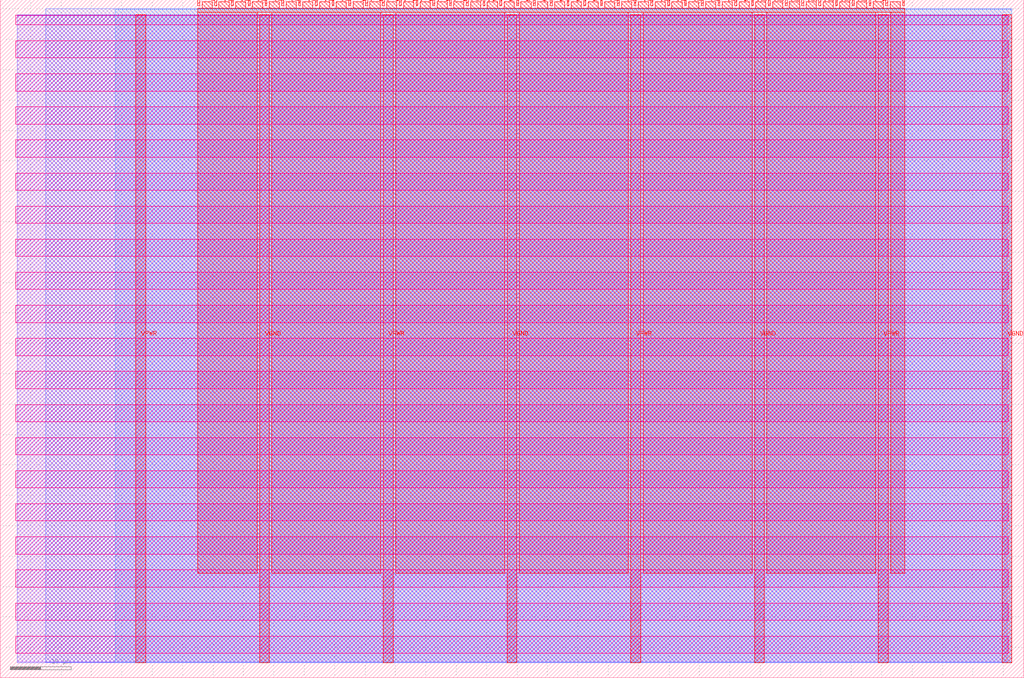
<source format=lef>
VERSION 5.7 ;
  NOWIREEXTENSIONATPIN ON ;
  DIVIDERCHAR "/" ;
  BUSBITCHARS "[]" ;
MACRO tt_um_thermocouple
  CLASS BLOCK ;
  FOREIGN tt_um_thermocouple ;
  ORIGIN 0.000 0.000 ;
  SIZE 168.360 BY 111.520 ;
  PIN VGND
    DIRECTION INOUT ;
    USE GROUND ;
    PORT
      LAYER met4 ;
        RECT 42.670 2.480 44.270 109.040 ;
    END
    PORT
      LAYER met4 ;
        RECT 83.380 2.480 84.980 109.040 ;
    END
    PORT
      LAYER met4 ;
        RECT 124.090 2.480 125.690 109.040 ;
    END
    PORT
      LAYER met4 ;
        RECT 164.800 2.480 166.400 109.040 ;
    END
  END VGND
  PIN VPWR
    DIRECTION INOUT ;
    USE POWER ;
    PORT
      LAYER met4 ;
        RECT 22.315 2.480 23.915 109.040 ;
    END
    PORT
      LAYER met4 ;
        RECT 63.025 2.480 64.625 109.040 ;
    END
    PORT
      LAYER met4 ;
        RECT 103.735 2.480 105.335 109.040 ;
    END
    PORT
      LAYER met4 ;
        RECT 144.445 2.480 146.045 109.040 ;
    END
  END VPWR
  PIN clk
    DIRECTION INPUT ;
    USE SIGNAL ;
    ANTENNAGATEAREA 0.852000 ;
    PORT
      LAYER met4 ;
        RECT 145.670 110.520 145.970 111.520 ;
    END
  END clk
  PIN ena
    DIRECTION INPUT ;
    USE SIGNAL ;
    ANTENNAGATEAREA 0.213000 ;
    PORT
      LAYER met4 ;
        RECT 148.430 110.520 148.730 111.520 ;
    END
  END ena
  PIN rst_n
    DIRECTION INPUT ;
    USE SIGNAL ;
    ANTENNAGATEAREA 0.159000 ;
    PORT
      LAYER met4 ;
        RECT 142.910 110.520 143.210 111.520 ;
    END
  END rst_n
  PIN ui_in[0]
    DIRECTION INPUT ;
    USE SIGNAL ;
    PORT
      LAYER met4 ;
        RECT 140.150 110.520 140.450 111.520 ;
    END
  END ui_in[0]
  PIN ui_in[1]
    DIRECTION INPUT ;
    USE SIGNAL ;
    PORT
      LAYER met4 ;
        RECT 137.390 110.520 137.690 111.520 ;
    END
  END ui_in[1]
  PIN ui_in[2]
    DIRECTION INPUT ;
    USE SIGNAL ;
    PORT
      LAYER met4 ;
        RECT 134.630 110.520 134.930 111.520 ;
    END
  END ui_in[2]
  PIN ui_in[3]
    DIRECTION INPUT ;
    USE SIGNAL ;
    PORT
      LAYER met4 ;
        RECT 131.870 110.520 132.170 111.520 ;
    END
  END ui_in[3]
  PIN ui_in[4]
    DIRECTION INPUT ;
    USE SIGNAL ;
    PORT
      LAYER met4 ;
        RECT 129.110 110.520 129.410 111.520 ;
    END
  END ui_in[4]
  PIN ui_in[5]
    DIRECTION INPUT ;
    USE SIGNAL ;
    PORT
      LAYER met4 ;
        RECT 126.350 110.520 126.650 111.520 ;
    END
  END ui_in[5]
  PIN ui_in[6]
    DIRECTION INPUT ;
    USE SIGNAL ;
    PORT
      LAYER met4 ;
        RECT 123.590 110.520 123.890 111.520 ;
    END
  END ui_in[6]
  PIN ui_in[7]
    DIRECTION INPUT ;
    USE SIGNAL ;
    PORT
      LAYER met4 ;
        RECT 120.830 110.520 121.130 111.520 ;
    END
  END ui_in[7]
  PIN uio_in[0]
    DIRECTION INPUT ;
    USE SIGNAL ;
    ANTENNAGATEAREA 0.196500 ;
    PORT
      LAYER met4 ;
        RECT 118.070 110.520 118.370 111.520 ;
    END
  END uio_in[0]
  PIN uio_in[1]
    DIRECTION INPUT ;
    USE SIGNAL ;
    ANTENNAGATEAREA 0.196500 ;
    PORT
      LAYER met4 ;
        RECT 115.310 110.520 115.610 111.520 ;
    END
  END uio_in[1]
  PIN uio_in[2]
    DIRECTION INPUT ;
    USE SIGNAL ;
    PORT
      LAYER met4 ;
        RECT 112.550 110.520 112.850 111.520 ;
    END
  END uio_in[2]
  PIN uio_in[3]
    DIRECTION INPUT ;
    USE SIGNAL ;
    ANTENNAGATEAREA 0.196500 ;
    PORT
      LAYER met4 ;
        RECT 109.790 110.520 110.090 111.520 ;
    END
  END uio_in[3]
  PIN uio_in[4]
    DIRECTION INPUT ;
    USE SIGNAL ;
    PORT
      LAYER met4 ;
        RECT 107.030 110.520 107.330 111.520 ;
    END
  END uio_in[4]
  PIN uio_in[5]
    DIRECTION INPUT ;
    USE SIGNAL ;
    PORT
      LAYER met4 ;
        RECT 104.270 110.520 104.570 111.520 ;
    END
  END uio_in[5]
  PIN uio_in[6]
    DIRECTION INPUT ;
    USE SIGNAL ;
    ANTENNAGATEAREA 0.196500 ;
    PORT
      LAYER met4 ;
        RECT 101.510 110.520 101.810 111.520 ;
    END
  END uio_in[6]
  PIN uio_in[7]
    DIRECTION INPUT ;
    USE SIGNAL ;
    PORT
      LAYER met4 ;
        RECT 98.750 110.520 99.050 111.520 ;
    END
  END uio_in[7]
  PIN uio_oe[0]
    DIRECTION OUTPUT TRISTATE ;
    USE SIGNAL ;
    PORT
      LAYER met4 ;
        RECT 51.830 110.520 52.130 111.520 ;
    END
  END uio_oe[0]
  PIN uio_oe[1]
    DIRECTION OUTPUT TRISTATE ;
    USE SIGNAL ;
    PORT
      LAYER met4 ;
        RECT 49.070 110.520 49.370 111.520 ;
    END
  END uio_oe[1]
  PIN uio_oe[2]
    DIRECTION OUTPUT TRISTATE ;
    USE SIGNAL ;
    PORT
      LAYER met4 ;
        RECT 46.310 110.520 46.610 111.520 ;
    END
  END uio_oe[2]
  PIN uio_oe[3]
    DIRECTION OUTPUT TRISTATE ;
    USE SIGNAL ;
    PORT
      LAYER met4 ;
        RECT 43.550 110.520 43.850 111.520 ;
    END
  END uio_oe[3]
  PIN uio_oe[4]
    DIRECTION OUTPUT TRISTATE ;
    USE SIGNAL ;
    PORT
      LAYER met4 ;
        RECT 40.790 110.520 41.090 111.520 ;
    END
  END uio_oe[4]
  PIN uio_oe[5]
    DIRECTION OUTPUT TRISTATE ;
    USE SIGNAL ;
    PORT
      LAYER met4 ;
        RECT 38.030 110.520 38.330 111.520 ;
    END
  END uio_oe[5]
  PIN uio_oe[6]
    DIRECTION OUTPUT TRISTATE ;
    USE SIGNAL ;
    PORT
      LAYER met4 ;
        RECT 35.270 110.520 35.570 111.520 ;
    END
  END uio_oe[6]
  PIN uio_oe[7]
    DIRECTION OUTPUT TRISTATE ;
    USE SIGNAL ;
    PORT
      LAYER met4 ;
        RECT 32.510 110.520 32.810 111.520 ;
    END
  END uio_oe[7]
  PIN uio_out[0]
    DIRECTION OUTPUT TRISTATE ;
    USE SIGNAL ;
    PORT
      LAYER met4 ;
        RECT 73.910 110.520 74.210 111.520 ;
    END
  END uio_out[0]
  PIN uio_out[1]
    DIRECTION OUTPUT TRISTATE ;
    USE SIGNAL ;
    PORT
      LAYER met4 ;
        RECT 71.150 110.520 71.450 111.520 ;
    END
  END uio_out[1]
  PIN uio_out[2]
    DIRECTION OUTPUT TRISTATE ;
    USE SIGNAL ;
    ANTENNADIFFAREA 0.795200 ;
    PORT
      LAYER met4 ;
        RECT 68.390 110.520 68.690 111.520 ;
    END
  END uio_out[2]
  PIN uio_out[3]
    DIRECTION OUTPUT TRISTATE ;
    USE SIGNAL ;
    PORT
      LAYER met4 ;
        RECT 65.630 110.520 65.930 111.520 ;
    END
  END uio_out[3]
  PIN uio_out[4]
    DIRECTION OUTPUT TRISTATE ;
    USE SIGNAL ;
    ANTENNADIFFAREA 0.795200 ;
    PORT
      LAYER met4 ;
        RECT 62.870 110.520 63.170 111.520 ;
    END
  END uio_out[4]
  PIN uio_out[5]
    DIRECTION OUTPUT TRISTATE ;
    USE SIGNAL ;
    ANTENNADIFFAREA 0.795200 ;
    PORT
      LAYER met4 ;
        RECT 60.110 110.520 60.410 111.520 ;
    END
  END uio_out[5]
  PIN uio_out[6]
    DIRECTION OUTPUT TRISTATE ;
    USE SIGNAL ;
    PORT
      LAYER met4 ;
        RECT 57.350 110.520 57.650 111.520 ;
    END
  END uio_out[6]
  PIN uio_out[7]
    DIRECTION OUTPUT TRISTATE ;
    USE SIGNAL ;
    ANTENNADIFFAREA 0.795200 ;
    PORT
      LAYER met4 ;
        RECT 54.590 110.520 54.890 111.520 ;
    END
  END uio_out[7]
  PIN uo_out[0]
    DIRECTION OUTPUT TRISTATE ;
    USE SIGNAL ;
    PORT
      LAYER met4 ;
        RECT 95.990 110.520 96.290 111.520 ;
    END
  END uo_out[0]
  PIN uo_out[1]
    DIRECTION OUTPUT TRISTATE ;
    USE SIGNAL ;
    PORT
      LAYER met4 ;
        RECT 93.230 110.520 93.530 111.520 ;
    END
  END uo_out[1]
  PIN uo_out[2]
    DIRECTION OUTPUT TRISTATE ;
    USE SIGNAL ;
    PORT
      LAYER met4 ;
        RECT 90.470 110.520 90.770 111.520 ;
    END
  END uo_out[2]
  PIN uo_out[3]
    DIRECTION OUTPUT TRISTATE ;
    USE SIGNAL ;
    PORT
      LAYER met4 ;
        RECT 87.710 110.520 88.010 111.520 ;
    END
  END uo_out[3]
  PIN uo_out[4]
    DIRECTION OUTPUT TRISTATE ;
    USE SIGNAL ;
    PORT
      LAYER met4 ;
        RECT 84.950 110.520 85.250 111.520 ;
    END
  END uo_out[4]
  PIN uo_out[5]
    DIRECTION OUTPUT TRISTATE ;
    USE SIGNAL ;
    PORT
      LAYER met4 ;
        RECT 82.190 110.520 82.490 111.520 ;
    END
  END uo_out[5]
  PIN uo_out[6]
    DIRECTION OUTPUT TRISTATE ;
    USE SIGNAL ;
    PORT
      LAYER met4 ;
        RECT 79.430 110.520 79.730 111.520 ;
    END
  END uo_out[6]
  PIN uo_out[7]
    DIRECTION OUTPUT TRISTATE ;
    USE SIGNAL ;
    PORT
      LAYER met4 ;
        RECT 76.670 110.520 76.970 111.520 ;
    END
  END uo_out[7]
  OBS
      LAYER nwell ;
        RECT 2.570 107.385 165.790 108.990 ;
        RECT 2.570 101.945 165.790 104.775 ;
        RECT 2.570 96.505 165.790 99.335 ;
        RECT 2.570 91.065 165.790 93.895 ;
        RECT 2.570 85.625 165.790 88.455 ;
        RECT 2.570 80.185 165.790 83.015 ;
        RECT 2.570 74.745 165.790 77.575 ;
        RECT 2.570 69.305 165.790 72.135 ;
        RECT 2.570 63.865 165.790 66.695 ;
        RECT 2.570 58.425 165.790 61.255 ;
        RECT 2.570 52.985 165.790 55.815 ;
        RECT 2.570 47.545 165.790 50.375 ;
        RECT 2.570 42.105 165.790 44.935 ;
        RECT 2.570 36.665 165.790 39.495 ;
        RECT 2.570 31.225 165.790 34.055 ;
        RECT 2.570 25.785 165.790 28.615 ;
        RECT 2.570 20.345 165.790 23.175 ;
        RECT 2.570 14.905 165.790 17.735 ;
        RECT 2.570 9.465 165.790 12.295 ;
        RECT 2.570 4.025 165.790 6.855 ;
      LAYER li1 ;
        RECT 2.760 2.635 165.600 108.885 ;
      LAYER met1 ;
        RECT 2.760 2.480 166.400 109.040 ;
      LAYER met2 ;
        RECT 7.460 2.535 166.370 110.005 ;
      LAYER met3 ;
        RECT 18.925 2.555 166.390 109.985 ;
      LAYER met4 ;
        RECT 33.210 110.120 34.870 111.170 ;
        RECT 35.970 110.120 37.630 111.170 ;
        RECT 38.730 110.120 40.390 111.170 ;
        RECT 41.490 110.120 43.150 111.170 ;
        RECT 44.250 110.120 45.910 111.170 ;
        RECT 47.010 110.120 48.670 111.170 ;
        RECT 49.770 110.120 51.430 111.170 ;
        RECT 52.530 110.120 54.190 111.170 ;
        RECT 55.290 110.120 56.950 111.170 ;
        RECT 58.050 110.120 59.710 111.170 ;
        RECT 60.810 110.120 62.470 111.170 ;
        RECT 63.570 110.120 65.230 111.170 ;
        RECT 66.330 110.120 67.990 111.170 ;
        RECT 69.090 110.120 70.750 111.170 ;
        RECT 71.850 110.120 73.510 111.170 ;
        RECT 74.610 110.120 76.270 111.170 ;
        RECT 77.370 110.120 79.030 111.170 ;
        RECT 80.130 110.120 81.790 111.170 ;
        RECT 82.890 110.120 84.550 111.170 ;
        RECT 85.650 110.120 87.310 111.170 ;
        RECT 88.410 110.120 90.070 111.170 ;
        RECT 91.170 110.120 92.830 111.170 ;
        RECT 93.930 110.120 95.590 111.170 ;
        RECT 96.690 110.120 98.350 111.170 ;
        RECT 99.450 110.120 101.110 111.170 ;
        RECT 102.210 110.120 103.870 111.170 ;
        RECT 104.970 110.120 106.630 111.170 ;
        RECT 107.730 110.120 109.390 111.170 ;
        RECT 110.490 110.120 112.150 111.170 ;
        RECT 113.250 110.120 114.910 111.170 ;
        RECT 116.010 110.120 117.670 111.170 ;
        RECT 118.770 110.120 120.430 111.170 ;
        RECT 121.530 110.120 123.190 111.170 ;
        RECT 124.290 110.120 125.950 111.170 ;
        RECT 127.050 110.120 128.710 111.170 ;
        RECT 129.810 110.120 131.470 111.170 ;
        RECT 132.570 110.120 134.230 111.170 ;
        RECT 135.330 110.120 136.990 111.170 ;
        RECT 138.090 110.120 139.750 111.170 ;
        RECT 140.850 110.120 142.510 111.170 ;
        RECT 143.610 110.120 145.270 111.170 ;
        RECT 146.370 110.120 148.030 111.170 ;
        RECT 32.495 109.440 148.745 110.120 ;
        RECT 32.495 17.175 42.270 109.440 ;
        RECT 44.670 17.175 62.625 109.440 ;
        RECT 65.025 17.175 82.980 109.440 ;
        RECT 85.380 17.175 103.335 109.440 ;
        RECT 105.735 17.175 123.690 109.440 ;
        RECT 126.090 17.175 144.045 109.440 ;
        RECT 146.445 17.175 148.745 109.440 ;
  END
END tt_um_thermocouple
END LIBRARY


</source>
